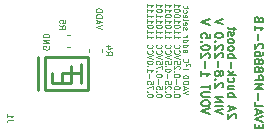
<source format=gbr>
G04 #@! TF.GenerationSoftware,KiCad,Pcbnew,(5.99.0-6495-g15369915cc)*
G04 #@! TF.CreationDate,2020-10-24T17:34:59+02:00*
G04 #@! TF.ProjectId,EVAL-MP8862,4556414c-2d4d-4503-9838-36322e6b6963,1B*
G04 #@! TF.SameCoordinates,Original*
G04 #@! TF.FileFunction,Legend,Bot*
G04 #@! TF.FilePolarity,Positive*
%FSLAX46Y46*%
G04 Gerber Fmt 4.6, Leading zero omitted, Abs format (unit mm)*
G04 Created by KiCad (PCBNEW (5.99.0-6495-g15369915cc)) date 2020-10-24 17:34:59*
%MOMM*%
%LPD*%
G01*
G04 APERTURE LIST*
%ADD10C,0.250000*%
%ADD11C,0.112500*%
%ADD12C,0.125000*%
%ADD13C,0.150000*%
%ADD14C,0.120000*%
G04 APERTURE END LIST*
D10*
X103140000Y-94920000D02*
X103140000Y-95720000D01*
X103940000Y-94920000D02*
X103140000Y-94920000D01*
X102340000Y-95720000D02*
X102340000Y-94920000D01*
X103940000Y-95720000D02*
X102340000Y-95720000D01*
X103940000Y-94920000D02*
X103940000Y-95720000D01*
X103940000Y-94920000D02*
X103940000Y-94320000D01*
X104740000Y-94920000D02*
X103940000Y-94920000D01*
X104740000Y-94120000D02*
X104740000Y-95720000D01*
X101140000Y-93520000D02*
X101140000Y-96320000D01*
X101740000Y-93520000D02*
X105340000Y-93520000D01*
X101740000Y-96320000D02*
X101740000Y-93520000D01*
X105340000Y-96320000D02*
X101740000Y-96320000D01*
X105340000Y-93520000D02*
X105340000Y-96320000D01*
D11*
X113870780Y-96701428D02*
X113400780Y-96544761D01*
X113870780Y-96388095D01*
X113535066Y-96253809D02*
X113535066Y-96030000D01*
X113400780Y-96298571D02*
X113870780Y-96141904D01*
X113400780Y-95985238D01*
X113400780Y-95828571D02*
X113870780Y-95828571D01*
X113870780Y-95716666D01*
X113848400Y-95649523D01*
X113803638Y-95604761D01*
X113758876Y-95582380D01*
X113669352Y-95560000D01*
X113602209Y-95560000D01*
X113512685Y-95582380D01*
X113467923Y-95604761D01*
X113423161Y-95649523D01*
X113400780Y-95716666D01*
X113400780Y-95828571D01*
X113400780Y-95358571D02*
X113870780Y-95358571D01*
X113870780Y-95246666D01*
X113848400Y-95179523D01*
X113803638Y-95134761D01*
X113758876Y-95112380D01*
X113669352Y-95090000D01*
X113602209Y-95090000D01*
X113512685Y-95112380D01*
X113467923Y-95134761D01*
X113423161Y-95179523D01*
X113400780Y-95246666D01*
X113400780Y-95358571D01*
X113400780Y-94530476D02*
X113870780Y-94530476D01*
X113982685Y-94329047D02*
X114005066Y-94284285D01*
X114005066Y-94217142D01*
X113982685Y-94172380D01*
X113937923Y-94150000D01*
X113893161Y-94150000D01*
X113848400Y-94172380D01*
X113691733Y-94329047D01*
X113691733Y-94150000D01*
X113445542Y-93680000D02*
X113423161Y-93702380D01*
X113400780Y-93769523D01*
X113400780Y-93814285D01*
X113423161Y-93881428D01*
X113467923Y-93926190D01*
X113512685Y-93948571D01*
X113602209Y-93970952D01*
X113669352Y-93970952D01*
X113758876Y-93948571D01*
X113803638Y-93926190D01*
X113848400Y-93881428D01*
X113870780Y-93814285D01*
X113870780Y-93769523D01*
X113848400Y-93702380D01*
X113826019Y-93680000D01*
X113400780Y-92919047D02*
X113646971Y-92919047D01*
X113691733Y-92941428D01*
X113714114Y-92986190D01*
X113714114Y-93075714D01*
X113691733Y-93120476D01*
X113423161Y-92919047D02*
X113400780Y-92963809D01*
X113400780Y-93075714D01*
X113423161Y-93120476D01*
X113467923Y-93142857D01*
X113512685Y-93142857D01*
X113557447Y-93120476D01*
X113579828Y-93075714D01*
X113579828Y-92963809D01*
X113602209Y-92919047D01*
X113400780Y-92493809D02*
X113870780Y-92493809D01*
X113423161Y-92493809D02*
X113400780Y-92538571D01*
X113400780Y-92628095D01*
X113423161Y-92672857D01*
X113445542Y-92695238D01*
X113490304Y-92717619D01*
X113624590Y-92717619D01*
X113669352Y-92695238D01*
X113691733Y-92672857D01*
X113714114Y-92628095D01*
X113714114Y-92538571D01*
X113691733Y-92493809D01*
X113400780Y-92068571D02*
X113870780Y-92068571D01*
X113423161Y-92068571D02*
X113400780Y-92113333D01*
X113400780Y-92202857D01*
X113423161Y-92247619D01*
X113445542Y-92270000D01*
X113490304Y-92292380D01*
X113624590Y-92292380D01*
X113669352Y-92270000D01*
X113691733Y-92247619D01*
X113714114Y-92202857D01*
X113714114Y-92113333D01*
X113691733Y-92068571D01*
X113400780Y-91844761D02*
X113714114Y-91844761D01*
X113624590Y-91844761D02*
X113669352Y-91822380D01*
X113691733Y-91800000D01*
X113714114Y-91755238D01*
X113714114Y-91710476D01*
X113423161Y-91218095D02*
X113400780Y-91173333D01*
X113400780Y-91083809D01*
X113423161Y-91039047D01*
X113467923Y-91016666D01*
X113490304Y-91016666D01*
X113535066Y-91039047D01*
X113557447Y-91083809D01*
X113557447Y-91150952D01*
X113579828Y-91195714D01*
X113624590Y-91218095D01*
X113646971Y-91218095D01*
X113691733Y-91195714D01*
X113714114Y-91150952D01*
X113714114Y-91083809D01*
X113691733Y-91039047D01*
X113423161Y-90636190D02*
X113400780Y-90680952D01*
X113400780Y-90770476D01*
X113423161Y-90815238D01*
X113467923Y-90837619D01*
X113646971Y-90837619D01*
X113691733Y-90815238D01*
X113714114Y-90770476D01*
X113714114Y-90680952D01*
X113691733Y-90636190D01*
X113646971Y-90613809D01*
X113602209Y-90613809D01*
X113557447Y-90837619D01*
X113400780Y-90345238D02*
X113423161Y-90390000D01*
X113467923Y-90412380D01*
X113870780Y-90412380D01*
X113423161Y-89987142D02*
X113400780Y-90031904D01*
X113400780Y-90121428D01*
X113423161Y-90166190D01*
X113467923Y-90188571D01*
X113646971Y-90188571D01*
X113691733Y-90166190D01*
X113714114Y-90121428D01*
X113714114Y-90031904D01*
X113691733Y-89987142D01*
X113646971Y-89964761D01*
X113602209Y-89964761D01*
X113557447Y-90188571D01*
X113423161Y-89561904D02*
X113400780Y-89606666D01*
X113400780Y-89696190D01*
X113423161Y-89740952D01*
X113445542Y-89763333D01*
X113490304Y-89785714D01*
X113624590Y-89785714D01*
X113669352Y-89763333D01*
X113691733Y-89740952D01*
X113714114Y-89696190D01*
X113714114Y-89606666D01*
X113691733Y-89561904D01*
X113714114Y-89427619D02*
X113714114Y-89248571D01*
X113870780Y-89360476D02*
X113467923Y-89360476D01*
X113423161Y-89338095D01*
X113400780Y-89293333D01*
X113400780Y-89248571D01*
X113114080Y-96824523D02*
X113114080Y-96779761D01*
X113091700Y-96735000D01*
X113069319Y-96712619D01*
X113024557Y-96690238D01*
X112935033Y-96667857D01*
X112823128Y-96667857D01*
X112733604Y-96690238D01*
X112688842Y-96712619D01*
X112666461Y-96735000D01*
X112644080Y-96779761D01*
X112644080Y-96824523D01*
X112666461Y-96869285D01*
X112688842Y-96891666D01*
X112733604Y-96914047D01*
X112823128Y-96936428D01*
X112935033Y-96936428D01*
X113024557Y-96914047D01*
X113069319Y-96891666D01*
X113091700Y-96869285D01*
X113114080Y-96824523D01*
X112688842Y-96466428D02*
X112666461Y-96444047D01*
X112644080Y-96466428D01*
X112666461Y-96488809D01*
X112688842Y-96466428D01*
X112644080Y-96466428D01*
X113114080Y-96153095D02*
X113114080Y-96108333D01*
X113091700Y-96063571D01*
X113069319Y-96041190D01*
X113024557Y-96018809D01*
X112935033Y-95996428D01*
X112823128Y-95996428D01*
X112733604Y-96018809D01*
X112688842Y-96041190D01*
X112666461Y-96063571D01*
X112644080Y-96108333D01*
X112644080Y-96153095D01*
X112666461Y-96197857D01*
X112688842Y-96220238D01*
X112733604Y-96242619D01*
X112823128Y-96265000D01*
X112935033Y-96265000D01*
X113024557Y-96242619D01*
X113069319Y-96220238D01*
X113091700Y-96197857D01*
X113114080Y-96153095D01*
X112823128Y-95795000D02*
X112823128Y-95436904D01*
X113114080Y-95123571D02*
X113114080Y-95078809D01*
X113091700Y-95034047D01*
X113069319Y-95011666D01*
X113024557Y-94989285D01*
X112935033Y-94966904D01*
X112823128Y-94966904D01*
X112733604Y-94989285D01*
X112688842Y-95011666D01*
X112666461Y-95034047D01*
X112644080Y-95078809D01*
X112644080Y-95123571D01*
X112666461Y-95168333D01*
X112688842Y-95190714D01*
X112733604Y-95213095D01*
X112823128Y-95235476D01*
X112935033Y-95235476D01*
X113024557Y-95213095D01*
X113069319Y-95190714D01*
X113091700Y-95168333D01*
X113114080Y-95123571D01*
X112688842Y-94765476D02*
X112666461Y-94743095D01*
X112644080Y-94765476D01*
X112666461Y-94787857D01*
X112688842Y-94765476D01*
X112644080Y-94765476D01*
X113069319Y-94564047D02*
X113091700Y-94541666D01*
X113114080Y-94496904D01*
X113114080Y-94385000D01*
X113091700Y-94340238D01*
X113069319Y-94317857D01*
X113024557Y-94295476D01*
X112979795Y-94295476D01*
X112912652Y-94317857D01*
X112644080Y-94586428D01*
X112644080Y-94295476D01*
X113114080Y-93870238D02*
X113114080Y-94094047D01*
X112890271Y-94116428D01*
X112912652Y-94094047D01*
X112935033Y-94049285D01*
X112935033Y-93937380D01*
X112912652Y-93892619D01*
X112890271Y-93870238D01*
X112845509Y-93847857D01*
X112733604Y-93847857D01*
X112688842Y-93870238D01*
X112666461Y-93892619D01*
X112644080Y-93937380D01*
X112644080Y-94049285D01*
X112666461Y-94094047D01*
X112688842Y-94116428D01*
X113114080Y-93713571D02*
X112644080Y-93556904D01*
X113114080Y-93400238D01*
X112688842Y-92975000D02*
X112666461Y-92997380D01*
X112644080Y-93064523D01*
X112644080Y-93109285D01*
X112666461Y-93176428D01*
X112711223Y-93221190D01*
X112755985Y-93243571D01*
X112845509Y-93265952D01*
X112912652Y-93265952D01*
X113002176Y-93243571D01*
X113046938Y-93221190D01*
X113091700Y-93176428D01*
X113114080Y-93109285D01*
X113114080Y-93064523D01*
X113091700Y-92997380D01*
X113069319Y-92975000D01*
X112688842Y-92505000D02*
X112666461Y-92527380D01*
X112644080Y-92594523D01*
X112644080Y-92639285D01*
X112666461Y-92706428D01*
X112711223Y-92751190D01*
X112755985Y-92773571D01*
X112845509Y-92795952D01*
X112912652Y-92795952D01*
X113002176Y-92773571D01*
X113046938Y-92751190D01*
X113091700Y-92706428D01*
X113114080Y-92639285D01*
X113114080Y-92594523D01*
X113091700Y-92527380D01*
X113069319Y-92505000D01*
X112644080Y-91699285D02*
X112644080Y-91967857D01*
X112644080Y-91833571D02*
X113114080Y-91833571D01*
X113046938Y-91878333D01*
X113002176Y-91923095D01*
X112979795Y-91967857D01*
X112644080Y-91251666D02*
X112644080Y-91520238D01*
X112644080Y-91385952D02*
X113114080Y-91385952D01*
X113046938Y-91430714D01*
X113002176Y-91475476D01*
X112979795Y-91520238D01*
X113114080Y-90960714D02*
X113114080Y-90915952D01*
X113091700Y-90871190D01*
X113069319Y-90848809D01*
X113024557Y-90826428D01*
X112935033Y-90804047D01*
X112823128Y-90804047D01*
X112733604Y-90826428D01*
X112688842Y-90848809D01*
X112666461Y-90871190D01*
X112644080Y-90915952D01*
X112644080Y-90960714D01*
X112666461Y-91005476D01*
X112688842Y-91027857D01*
X112733604Y-91050238D01*
X112823128Y-91072619D01*
X112935033Y-91072619D01*
X113024557Y-91050238D01*
X113069319Y-91027857D01*
X113091700Y-91005476D01*
X113114080Y-90960714D01*
X112644080Y-90356428D02*
X112644080Y-90625000D01*
X112644080Y-90490714D02*
X113114080Y-90490714D01*
X113046938Y-90535476D01*
X113002176Y-90580238D01*
X112979795Y-90625000D01*
X113114080Y-90065476D02*
X113114080Y-90020714D01*
X113091700Y-89975952D01*
X113069319Y-89953571D01*
X113024557Y-89931190D01*
X112935033Y-89908809D01*
X112823128Y-89908809D01*
X112733604Y-89931190D01*
X112688842Y-89953571D01*
X112666461Y-89975952D01*
X112644080Y-90020714D01*
X112644080Y-90065476D01*
X112666461Y-90110238D01*
X112688842Y-90132619D01*
X112733604Y-90155000D01*
X112823128Y-90177380D01*
X112935033Y-90177380D01*
X113024557Y-90155000D01*
X113069319Y-90132619D01*
X113091700Y-90110238D01*
X113114080Y-90065476D01*
X113114080Y-89617857D02*
X113114080Y-89573095D01*
X113091700Y-89528333D01*
X113069319Y-89505952D01*
X113024557Y-89483571D01*
X112935033Y-89461190D01*
X112823128Y-89461190D01*
X112733604Y-89483571D01*
X112688842Y-89505952D01*
X112666461Y-89528333D01*
X112644080Y-89573095D01*
X112644080Y-89617857D01*
X112666461Y-89662619D01*
X112688842Y-89685000D01*
X112733604Y-89707380D01*
X112823128Y-89729761D01*
X112935033Y-89729761D01*
X113024557Y-89707380D01*
X113069319Y-89685000D01*
X113091700Y-89662619D01*
X113114080Y-89617857D01*
X112644080Y-89013571D02*
X112644080Y-89282142D01*
X112644080Y-89147857D02*
X113114080Y-89147857D01*
X113046938Y-89192619D01*
X113002176Y-89237380D01*
X112979795Y-89282142D01*
X112357380Y-96824523D02*
X112357380Y-96779761D01*
X112335000Y-96735000D01*
X112312619Y-96712619D01*
X112267857Y-96690238D01*
X112178333Y-96667857D01*
X112066428Y-96667857D01*
X111976904Y-96690238D01*
X111932142Y-96712619D01*
X111909761Y-96735000D01*
X111887380Y-96779761D01*
X111887380Y-96824523D01*
X111909761Y-96869285D01*
X111932142Y-96891666D01*
X111976904Y-96914047D01*
X112066428Y-96936428D01*
X112178333Y-96936428D01*
X112267857Y-96914047D01*
X112312619Y-96891666D01*
X112335000Y-96869285D01*
X112357380Y-96824523D01*
X111932142Y-96466428D02*
X111909761Y-96444047D01*
X111887380Y-96466428D01*
X111909761Y-96488809D01*
X111932142Y-96466428D01*
X111887380Y-96466428D01*
X112312619Y-96265000D02*
X112335000Y-96242619D01*
X112357380Y-96197857D01*
X112357380Y-96085952D01*
X112335000Y-96041190D01*
X112312619Y-96018809D01*
X112267857Y-95996428D01*
X112223095Y-95996428D01*
X112155952Y-96018809D01*
X111887380Y-96287380D01*
X111887380Y-95996428D01*
X112357380Y-95571190D02*
X112357380Y-95795000D01*
X112133571Y-95817380D01*
X112155952Y-95795000D01*
X112178333Y-95750238D01*
X112178333Y-95638333D01*
X112155952Y-95593571D01*
X112133571Y-95571190D01*
X112088809Y-95548809D01*
X111976904Y-95548809D01*
X111932142Y-95571190D01*
X111909761Y-95593571D01*
X111887380Y-95638333D01*
X111887380Y-95750238D01*
X111909761Y-95795000D01*
X111932142Y-95817380D01*
X112066428Y-95347380D02*
X112066428Y-94989285D01*
X112357380Y-94675952D02*
X112357380Y-94631190D01*
X112335000Y-94586428D01*
X112312619Y-94564047D01*
X112267857Y-94541666D01*
X112178333Y-94519285D01*
X112066428Y-94519285D01*
X111976904Y-94541666D01*
X111932142Y-94564047D01*
X111909761Y-94586428D01*
X111887380Y-94631190D01*
X111887380Y-94675952D01*
X111909761Y-94720714D01*
X111932142Y-94743095D01*
X111976904Y-94765476D01*
X112066428Y-94787857D01*
X112178333Y-94787857D01*
X112267857Y-94765476D01*
X112312619Y-94743095D01*
X112335000Y-94720714D01*
X112357380Y-94675952D01*
X111932142Y-94317857D02*
X111909761Y-94295476D01*
X111887380Y-94317857D01*
X111909761Y-94340238D01*
X111932142Y-94317857D01*
X111887380Y-94317857D01*
X112357380Y-93870238D02*
X112357380Y-94094047D01*
X112133571Y-94116428D01*
X112155952Y-94094047D01*
X112178333Y-94049285D01*
X112178333Y-93937380D01*
X112155952Y-93892619D01*
X112133571Y-93870238D01*
X112088809Y-93847857D01*
X111976904Y-93847857D01*
X111932142Y-93870238D01*
X111909761Y-93892619D01*
X111887380Y-93937380D01*
X111887380Y-94049285D01*
X111909761Y-94094047D01*
X111932142Y-94116428D01*
X112357380Y-93713571D02*
X111887380Y-93556904D01*
X112357380Y-93400238D01*
X111932142Y-92975000D02*
X111909761Y-92997380D01*
X111887380Y-93064523D01*
X111887380Y-93109285D01*
X111909761Y-93176428D01*
X111954523Y-93221190D01*
X111999285Y-93243571D01*
X112088809Y-93265952D01*
X112155952Y-93265952D01*
X112245476Y-93243571D01*
X112290238Y-93221190D01*
X112335000Y-93176428D01*
X112357380Y-93109285D01*
X112357380Y-93064523D01*
X112335000Y-92997380D01*
X112312619Y-92975000D01*
X111932142Y-92505000D02*
X111909761Y-92527380D01*
X111887380Y-92594523D01*
X111887380Y-92639285D01*
X111909761Y-92706428D01*
X111954523Y-92751190D01*
X111999285Y-92773571D01*
X112088809Y-92795952D01*
X112155952Y-92795952D01*
X112245476Y-92773571D01*
X112290238Y-92751190D01*
X112335000Y-92706428D01*
X112357380Y-92639285D01*
X112357380Y-92594523D01*
X112335000Y-92527380D01*
X112312619Y-92505000D01*
X111887380Y-91699285D02*
X111887380Y-91967857D01*
X111887380Y-91833571D02*
X112357380Y-91833571D01*
X112290238Y-91878333D01*
X112245476Y-91923095D01*
X112223095Y-91967857D01*
X111887380Y-91251666D02*
X111887380Y-91520238D01*
X111887380Y-91385952D02*
X112357380Y-91385952D01*
X112290238Y-91430714D01*
X112245476Y-91475476D01*
X112223095Y-91520238D01*
X112357380Y-90960714D02*
X112357380Y-90915952D01*
X112335000Y-90871190D01*
X112312619Y-90848809D01*
X112267857Y-90826428D01*
X112178333Y-90804047D01*
X112066428Y-90804047D01*
X111976904Y-90826428D01*
X111932142Y-90848809D01*
X111909761Y-90871190D01*
X111887380Y-90915952D01*
X111887380Y-90960714D01*
X111909761Y-91005476D01*
X111932142Y-91027857D01*
X111976904Y-91050238D01*
X112066428Y-91072619D01*
X112178333Y-91072619D01*
X112267857Y-91050238D01*
X112312619Y-91027857D01*
X112335000Y-91005476D01*
X112357380Y-90960714D01*
X111887380Y-90356428D02*
X111887380Y-90625000D01*
X111887380Y-90490714D02*
X112357380Y-90490714D01*
X112290238Y-90535476D01*
X112245476Y-90580238D01*
X112223095Y-90625000D01*
X112357380Y-90065476D02*
X112357380Y-90020714D01*
X112335000Y-89975952D01*
X112312619Y-89953571D01*
X112267857Y-89931190D01*
X112178333Y-89908809D01*
X112066428Y-89908809D01*
X111976904Y-89931190D01*
X111932142Y-89953571D01*
X111909761Y-89975952D01*
X111887380Y-90020714D01*
X111887380Y-90065476D01*
X111909761Y-90110238D01*
X111932142Y-90132619D01*
X111976904Y-90155000D01*
X112066428Y-90177380D01*
X112178333Y-90177380D01*
X112267857Y-90155000D01*
X112312619Y-90132619D01*
X112335000Y-90110238D01*
X112357380Y-90065476D01*
X111887380Y-89461190D02*
X111887380Y-89729761D01*
X111887380Y-89595476D02*
X112357380Y-89595476D01*
X112290238Y-89640238D01*
X112245476Y-89685000D01*
X112223095Y-89729761D01*
X111887380Y-89013571D02*
X111887380Y-89282142D01*
X111887380Y-89147857D02*
X112357380Y-89147857D01*
X112290238Y-89192619D01*
X112245476Y-89237380D01*
X112223095Y-89282142D01*
X111600680Y-96824523D02*
X111600680Y-96779761D01*
X111578300Y-96735000D01*
X111555919Y-96712619D01*
X111511157Y-96690238D01*
X111421633Y-96667857D01*
X111309728Y-96667857D01*
X111220204Y-96690238D01*
X111175442Y-96712619D01*
X111153061Y-96735000D01*
X111130680Y-96779761D01*
X111130680Y-96824523D01*
X111153061Y-96869285D01*
X111175442Y-96891666D01*
X111220204Y-96914047D01*
X111309728Y-96936428D01*
X111421633Y-96936428D01*
X111511157Y-96914047D01*
X111555919Y-96891666D01*
X111578300Y-96869285D01*
X111600680Y-96824523D01*
X111175442Y-96466428D02*
X111153061Y-96444047D01*
X111130680Y-96466428D01*
X111153061Y-96488809D01*
X111175442Y-96466428D01*
X111130680Y-96466428D01*
X111600680Y-96018809D02*
X111600680Y-96242619D01*
X111376871Y-96265000D01*
X111399252Y-96242619D01*
X111421633Y-96197857D01*
X111421633Y-96085952D01*
X111399252Y-96041190D01*
X111376871Y-96018809D01*
X111332109Y-95996428D01*
X111220204Y-95996428D01*
X111175442Y-96018809D01*
X111153061Y-96041190D01*
X111130680Y-96085952D01*
X111130680Y-96197857D01*
X111153061Y-96242619D01*
X111175442Y-96265000D01*
X111309728Y-95795000D02*
X111309728Y-95436904D01*
X111600680Y-95123571D02*
X111600680Y-95078809D01*
X111578300Y-95034047D01*
X111555919Y-95011666D01*
X111511157Y-94989285D01*
X111421633Y-94966904D01*
X111309728Y-94966904D01*
X111220204Y-94989285D01*
X111175442Y-95011666D01*
X111153061Y-95034047D01*
X111130680Y-95078809D01*
X111130680Y-95123571D01*
X111153061Y-95168333D01*
X111175442Y-95190714D01*
X111220204Y-95213095D01*
X111309728Y-95235476D01*
X111421633Y-95235476D01*
X111511157Y-95213095D01*
X111555919Y-95190714D01*
X111578300Y-95168333D01*
X111600680Y-95123571D01*
X111175442Y-94765476D02*
X111153061Y-94743095D01*
X111130680Y-94765476D01*
X111153061Y-94787857D01*
X111175442Y-94765476D01*
X111130680Y-94765476D01*
X111600680Y-94586428D02*
X111600680Y-94273095D01*
X111130680Y-94474523D01*
X111600680Y-93870238D02*
X111600680Y-94094047D01*
X111376871Y-94116428D01*
X111399252Y-94094047D01*
X111421633Y-94049285D01*
X111421633Y-93937380D01*
X111399252Y-93892619D01*
X111376871Y-93870238D01*
X111332109Y-93847857D01*
X111220204Y-93847857D01*
X111175442Y-93870238D01*
X111153061Y-93892619D01*
X111130680Y-93937380D01*
X111130680Y-94049285D01*
X111153061Y-94094047D01*
X111175442Y-94116428D01*
X111600680Y-93713571D02*
X111130680Y-93556904D01*
X111600680Y-93400238D01*
X111175442Y-92975000D02*
X111153061Y-92997380D01*
X111130680Y-93064523D01*
X111130680Y-93109285D01*
X111153061Y-93176428D01*
X111197823Y-93221190D01*
X111242585Y-93243571D01*
X111332109Y-93265952D01*
X111399252Y-93265952D01*
X111488776Y-93243571D01*
X111533538Y-93221190D01*
X111578300Y-93176428D01*
X111600680Y-93109285D01*
X111600680Y-93064523D01*
X111578300Y-92997380D01*
X111555919Y-92975000D01*
X111175442Y-92505000D02*
X111153061Y-92527380D01*
X111130680Y-92594523D01*
X111130680Y-92639285D01*
X111153061Y-92706428D01*
X111197823Y-92751190D01*
X111242585Y-92773571D01*
X111332109Y-92795952D01*
X111399252Y-92795952D01*
X111488776Y-92773571D01*
X111533538Y-92751190D01*
X111578300Y-92706428D01*
X111600680Y-92639285D01*
X111600680Y-92594523D01*
X111578300Y-92527380D01*
X111555919Y-92505000D01*
X111130680Y-91699285D02*
X111130680Y-91967857D01*
X111130680Y-91833571D02*
X111600680Y-91833571D01*
X111533538Y-91878333D01*
X111488776Y-91923095D01*
X111466395Y-91967857D01*
X111130680Y-91251666D02*
X111130680Y-91520238D01*
X111130680Y-91385952D02*
X111600680Y-91385952D01*
X111533538Y-91430714D01*
X111488776Y-91475476D01*
X111466395Y-91520238D01*
X111600680Y-90960714D02*
X111600680Y-90915952D01*
X111578300Y-90871190D01*
X111555919Y-90848809D01*
X111511157Y-90826428D01*
X111421633Y-90804047D01*
X111309728Y-90804047D01*
X111220204Y-90826428D01*
X111175442Y-90848809D01*
X111153061Y-90871190D01*
X111130680Y-90915952D01*
X111130680Y-90960714D01*
X111153061Y-91005476D01*
X111175442Y-91027857D01*
X111220204Y-91050238D01*
X111309728Y-91072619D01*
X111421633Y-91072619D01*
X111511157Y-91050238D01*
X111555919Y-91027857D01*
X111578300Y-91005476D01*
X111600680Y-90960714D01*
X111130680Y-90356428D02*
X111130680Y-90625000D01*
X111130680Y-90490714D02*
X111600680Y-90490714D01*
X111533538Y-90535476D01*
X111488776Y-90580238D01*
X111466395Y-90625000D01*
X111130680Y-89908809D02*
X111130680Y-90177380D01*
X111130680Y-90043095D02*
X111600680Y-90043095D01*
X111533538Y-90087857D01*
X111488776Y-90132619D01*
X111466395Y-90177380D01*
X111600680Y-89617857D02*
X111600680Y-89573095D01*
X111578300Y-89528333D01*
X111555919Y-89505952D01*
X111511157Y-89483571D01*
X111421633Y-89461190D01*
X111309728Y-89461190D01*
X111220204Y-89483571D01*
X111175442Y-89505952D01*
X111153061Y-89528333D01*
X111130680Y-89573095D01*
X111130680Y-89617857D01*
X111153061Y-89662619D01*
X111175442Y-89685000D01*
X111220204Y-89707380D01*
X111309728Y-89729761D01*
X111421633Y-89729761D01*
X111511157Y-89707380D01*
X111555919Y-89685000D01*
X111578300Y-89662619D01*
X111600680Y-89617857D01*
X111130680Y-89013571D02*
X111130680Y-89282142D01*
X111130680Y-89147857D02*
X111600680Y-89147857D01*
X111533538Y-89192619D01*
X111488776Y-89237380D01*
X111466395Y-89282142D01*
X110843980Y-96824523D02*
X110843980Y-96779761D01*
X110821600Y-96735000D01*
X110799219Y-96712619D01*
X110754457Y-96690238D01*
X110664933Y-96667857D01*
X110553028Y-96667857D01*
X110463504Y-96690238D01*
X110418742Y-96712619D01*
X110396361Y-96735000D01*
X110373980Y-96779761D01*
X110373980Y-96824523D01*
X110396361Y-96869285D01*
X110418742Y-96891666D01*
X110463504Y-96914047D01*
X110553028Y-96936428D01*
X110664933Y-96936428D01*
X110754457Y-96914047D01*
X110799219Y-96891666D01*
X110821600Y-96869285D01*
X110843980Y-96824523D01*
X110418742Y-96466428D02*
X110396361Y-96444047D01*
X110373980Y-96466428D01*
X110396361Y-96488809D01*
X110418742Y-96466428D01*
X110373980Y-96466428D01*
X110843980Y-96287380D02*
X110843980Y-95974047D01*
X110373980Y-96175476D01*
X110843980Y-95571190D02*
X110843980Y-95795000D01*
X110620171Y-95817380D01*
X110642552Y-95795000D01*
X110664933Y-95750238D01*
X110664933Y-95638333D01*
X110642552Y-95593571D01*
X110620171Y-95571190D01*
X110575409Y-95548809D01*
X110463504Y-95548809D01*
X110418742Y-95571190D01*
X110396361Y-95593571D01*
X110373980Y-95638333D01*
X110373980Y-95750238D01*
X110396361Y-95795000D01*
X110418742Y-95817380D01*
X110553028Y-95347380D02*
X110553028Y-94989285D01*
X110373980Y-94519285D02*
X110373980Y-94787857D01*
X110373980Y-94653571D02*
X110843980Y-94653571D01*
X110776838Y-94698333D01*
X110732076Y-94743095D01*
X110709695Y-94787857D01*
X110418742Y-94317857D02*
X110396361Y-94295476D01*
X110373980Y-94317857D01*
X110396361Y-94340238D01*
X110418742Y-94317857D01*
X110373980Y-94317857D01*
X110843980Y-94004523D02*
X110843980Y-93959761D01*
X110821600Y-93915000D01*
X110799219Y-93892619D01*
X110754457Y-93870238D01*
X110664933Y-93847857D01*
X110553028Y-93847857D01*
X110463504Y-93870238D01*
X110418742Y-93892619D01*
X110396361Y-93915000D01*
X110373980Y-93959761D01*
X110373980Y-94004523D01*
X110396361Y-94049285D01*
X110418742Y-94071666D01*
X110463504Y-94094047D01*
X110553028Y-94116428D01*
X110664933Y-94116428D01*
X110754457Y-94094047D01*
X110799219Y-94071666D01*
X110821600Y-94049285D01*
X110843980Y-94004523D01*
X110843980Y-93713571D02*
X110373980Y-93556904D01*
X110843980Y-93400238D01*
X110418742Y-92975000D02*
X110396361Y-92997380D01*
X110373980Y-93064523D01*
X110373980Y-93109285D01*
X110396361Y-93176428D01*
X110441123Y-93221190D01*
X110485885Y-93243571D01*
X110575409Y-93265952D01*
X110642552Y-93265952D01*
X110732076Y-93243571D01*
X110776838Y-93221190D01*
X110821600Y-93176428D01*
X110843980Y-93109285D01*
X110843980Y-93064523D01*
X110821600Y-92997380D01*
X110799219Y-92975000D01*
X110418742Y-92505000D02*
X110396361Y-92527380D01*
X110373980Y-92594523D01*
X110373980Y-92639285D01*
X110396361Y-92706428D01*
X110441123Y-92751190D01*
X110485885Y-92773571D01*
X110575409Y-92795952D01*
X110642552Y-92795952D01*
X110732076Y-92773571D01*
X110776838Y-92751190D01*
X110821600Y-92706428D01*
X110843980Y-92639285D01*
X110843980Y-92594523D01*
X110821600Y-92527380D01*
X110799219Y-92505000D01*
X110373980Y-91699285D02*
X110373980Y-91967857D01*
X110373980Y-91833571D02*
X110843980Y-91833571D01*
X110776838Y-91878333D01*
X110732076Y-91923095D01*
X110709695Y-91967857D01*
X110373980Y-91251666D02*
X110373980Y-91520238D01*
X110373980Y-91385952D02*
X110843980Y-91385952D01*
X110776838Y-91430714D01*
X110732076Y-91475476D01*
X110709695Y-91520238D01*
X110843980Y-90960714D02*
X110843980Y-90915952D01*
X110821600Y-90871190D01*
X110799219Y-90848809D01*
X110754457Y-90826428D01*
X110664933Y-90804047D01*
X110553028Y-90804047D01*
X110463504Y-90826428D01*
X110418742Y-90848809D01*
X110396361Y-90871190D01*
X110373980Y-90915952D01*
X110373980Y-90960714D01*
X110396361Y-91005476D01*
X110418742Y-91027857D01*
X110463504Y-91050238D01*
X110553028Y-91072619D01*
X110664933Y-91072619D01*
X110754457Y-91050238D01*
X110799219Y-91027857D01*
X110821600Y-91005476D01*
X110843980Y-90960714D01*
X110373980Y-90356428D02*
X110373980Y-90625000D01*
X110373980Y-90490714D02*
X110843980Y-90490714D01*
X110776838Y-90535476D01*
X110732076Y-90580238D01*
X110709695Y-90625000D01*
X110373980Y-89908809D02*
X110373980Y-90177380D01*
X110373980Y-90043095D02*
X110843980Y-90043095D01*
X110776838Y-90087857D01*
X110732076Y-90132619D01*
X110709695Y-90177380D01*
X110373980Y-89461190D02*
X110373980Y-89729761D01*
X110373980Y-89595476D02*
X110843980Y-89595476D01*
X110776838Y-89640238D01*
X110732076Y-89685000D01*
X110709695Y-89729761D01*
X110373980Y-89013571D02*
X110373980Y-89282142D01*
X110373980Y-89147857D02*
X110843980Y-89147857D01*
X110776838Y-89192619D01*
X110732076Y-89237380D01*
X110709695Y-89282142D01*
D12*
X102050000Y-92630952D02*
X102073809Y-92678571D01*
X102073809Y-92750000D01*
X102050000Y-92821428D01*
X102002380Y-92869047D01*
X101954761Y-92892857D01*
X101859523Y-92916666D01*
X101788095Y-92916666D01*
X101692857Y-92892857D01*
X101645238Y-92869047D01*
X101597619Y-92821428D01*
X101573809Y-92750000D01*
X101573809Y-92702380D01*
X101597619Y-92630952D01*
X101621428Y-92607142D01*
X101788095Y-92607142D01*
X101788095Y-92702380D01*
X101573809Y-92392857D02*
X102073809Y-92392857D01*
X101573809Y-92107142D01*
X102073809Y-92107142D01*
X101573809Y-91869047D02*
X102073809Y-91869047D01*
X102073809Y-91750000D01*
X102050000Y-91678571D01*
X102002380Y-91630952D01*
X101954761Y-91607142D01*
X101859523Y-91583333D01*
X101788095Y-91583333D01*
X101692857Y-91607142D01*
X101645238Y-91630952D01*
X101597619Y-91678571D01*
X101573809Y-91750000D01*
X101573809Y-91869047D01*
X106523809Y-91130952D02*
X106023809Y-90964285D01*
X106523809Y-90797619D01*
X106166666Y-90654761D02*
X106166666Y-90416666D01*
X106023809Y-90702380D02*
X106523809Y-90535714D01*
X106023809Y-90369047D01*
X106023809Y-90202380D02*
X106523809Y-90202380D01*
X106523809Y-90083333D01*
X106500000Y-90011904D01*
X106452380Y-89964285D01*
X106404761Y-89940476D01*
X106309523Y-89916666D01*
X106238095Y-89916666D01*
X106142857Y-89940476D01*
X106095238Y-89964285D01*
X106047619Y-90011904D01*
X106023809Y-90083333D01*
X106023809Y-90202380D01*
X106023809Y-89702380D02*
X106523809Y-89702380D01*
X106523809Y-89583333D01*
X106500000Y-89511904D01*
X106452380Y-89464285D01*
X106404761Y-89440476D01*
X106309523Y-89416666D01*
X106238095Y-89416666D01*
X106142857Y-89440476D01*
X106095238Y-89464285D01*
X106047619Y-89511904D01*
X106023809Y-89583333D01*
X106023809Y-89702380D01*
D13*
X119848000Y-99546666D02*
X119848000Y-99313333D01*
X119481333Y-99213333D02*
X119481333Y-99546666D01*
X120181333Y-99546666D01*
X120181333Y-99213333D01*
X120181333Y-99013333D02*
X119481333Y-98780000D01*
X120181333Y-98546666D01*
X119681333Y-98346666D02*
X119681333Y-98013333D01*
X119481333Y-98413333D02*
X120181333Y-98180000D01*
X119481333Y-97946666D01*
X119481333Y-97380000D02*
X119481333Y-97713333D01*
X120181333Y-97713333D01*
X119748000Y-97146666D02*
X119748000Y-96613333D01*
X119481333Y-96280000D02*
X120181333Y-96280000D01*
X119681333Y-96046666D01*
X120181333Y-95813333D01*
X119481333Y-95813333D01*
X119481333Y-95480000D02*
X120181333Y-95480000D01*
X120181333Y-95213333D01*
X120148000Y-95146666D01*
X120114666Y-95113333D01*
X120048000Y-95080000D01*
X119948000Y-95080000D01*
X119881333Y-95113333D01*
X119848000Y-95146666D01*
X119814666Y-95213333D01*
X119814666Y-95480000D01*
X119881333Y-94680000D02*
X119914666Y-94746666D01*
X119948000Y-94780000D01*
X120014666Y-94813333D01*
X120048000Y-94813333D01*
X120114666Y-94780000D01*
X120148000Y-94746666D01*
X120181333Y-94680000D01*
X120181333Y-94546666D01*
X120148000Y-94480000D01*
X120114666Y-94446666D01*
X120048000Y-94413333D01*
X120014666Y-94413333D01*
X119948000Y-94446666D01*
X119914666Y-94480000D01*
X119881333Y-94546666D01*
X119881333Y-94680000D01*
X119848000Y-94746666D01*
X119814666Y-94780000D01*
X119748000Y-94813333D01*
X119614666Y-94813333D01*
X119548000Y-94780000D01*
X119514666Y-94746666D01*
X119481333Y-94680000D01*
X119481333Y-94546666D01*
X119514666Y-94480000D01*
X119548000Y-94446666D01*
X119614666Y-94413333D01*
X119748000Y-94413333D01*
X119814666Y-94446666D01*
X119848000Y-94480000D01*
X119881333Y-94546666D01*
X119881333Y-94013333D02*
X119914666Y-94080000D01*
X119948000Y-94113333D01*
X120014666Y-94146666D01*
X120048000Y-94146666D01*
X120114666Y-94113333D01*
X120148000Y-94080000D01*
X120181333Y-94013333D01*
X120181333Y-93880000D01*
X120148000Y-93813333D01*
X120114666Y-93780000D01*
X120048000Y-93746666D01*
X120014666Y-93746666D01*
X119948000Y-93780000D01*
X119914666Y-93813333D01*
X119881333Y-93880000D01*
X119881333Y-94013333D01*
X119848000Y-94080000D01*
X119814666Y-94113333D01*
X119748000Y-94146666D01*
X119614666Y-94146666D01*
X119548000Y-94113333D01*
X119514666Y-94080000D01*
X119481333Y-94013333D01*
X119481333Y-93880000D01*
X119514666Y-93813333D01*
X119548000Y-93780000D01*
X119614666Y-93746666D01*
X119748000Y-93746666D01*
X119814666Y-93780000D01*
X119848000Y-93813333D01*
X119881333Y-93880000D01*
X120181333Y-93146666D02*
X120181333Y-93280000D01*
X120148000Y-93346666D01*
X120114666Y-93380000D01*
X120014666Y-93446666D01*
X119881333Y-93480000D01*
X119614666Y-93480000D01*
X119548000Y-93446666D01*
X119514666Y-93413333D01*
X119481333Y-93346666D01*
X119481333Y-93213333D01*
X119514666Y-93146666D01*
X119548000Y-93113333D01*
X119614666Y-93080000D01*
X119781333Y-93080000D01*
X119848000Y-93113333D01*
X119881333Y-93146666D01*
X119914666Y-93213333D01*
X119914666Y-93346666D01*
X119881333Y-93413333D01*
X119848000Y-93446666D01*
X119781333Y-93480000D01*
X120114666Y-92813333D02*
X120148000Y-92780000D01*
X120181333Y-92713333D01*
X120181333Y-92546666D01*
X120148000Y-92480000D01*
X120114666Y-92446666D01*
X120048000Y-92413333D01*
X119981333Y-92413333D01*
X119881333Y-92446666D01*
X119481333Y-92846666D01*
X119481333Y-92413333D01*
X119748000Y-92113333D02*
X119748000Y-91580000D01*
X119481333Y-90880000D02*
X119481333Y-91280000D01*
X119481333Y-91080000D02*
X120181333Y-91080000D01*
X120081333Y-91146666D01*
X120014666Y-91213333D01*
X119981333Y-91280000D01*
X119848000Y-90346666D02*
X119814666Y-90246666D01*
X119781333Y-90213333D01*
X119714666Y-90180000D01*
X119614666Y-90180000D01*
X119548000Y-90213333D01*
X119514666Y-90246666D01*
X119481333Y-90313333D01*
X119481333Y-90580000D01*
X120181333Y-90580000D01*
X120181333Y-90346666D01*
X120148000Y-90280000D01*
X120114666Y-90246666D01*
X120048000Y-90213333D01*
X119981333Y-90213333D01*
X119914666Y-90246666D01*
X119881333Y-90280000D01*
X119848000Y-90346666D01*
X119848000Y-90580000D01*
X117860666Y-98730000D02*
X117894000Y-98696666D01*
X117927333Y-98630000D01*
X117927333Y-98463333D01*
X117894000Y-98396666D01*
X117860666Y-98363333D01*
X117794000Y-98330000D01*
X117727333Y-98330000D01*
X117627333Y-98363333D01*
X117227333Y-98763333D01*
X117227333Y-98330000D01*
X117427333Y-98063333D02*
X117427333Y-97730000D01*
X117227333Y-98130000D02*
X117927333Y-97896666D01*
X117227333Y-97663333D01*
X117227333Y-96896666D02*
X117927333Y-96896666D01*
X117660666Y-96896666D02*
X117694000Y-96830000D01*
X117694000Y-96696666D01*
X117660666Y-96630000D01*
X117627333Y-96596666D01*
X117560666Y-96563333D01*
X117360666Y-96563333D01*
X117294000Y-96596666D01*
X117260666Y-96630000D01*
X117227333Y-96696666D01*
X117227333Y-96830000D01*
X117260666Y-96896666D01*
X117694000Y-95963333D02*
X117227333Y-95963333D01*
X117694000Y-96263333D02*
X117327333Y-96263333D01*
X117260666Y-96230000D01*
X117227333Y-96163333D01*
X117227333Y-96063333D01*
X117260666Y-95996666D01*
X117294000Y-95963333D01*
X117260666Y-95330000D02*
X117227333Y-95396666D01*
X117227333Y-95530000D01*
X117260666Y-95596666D01*
X117294000Y-95630000D01*
X117360666Y-95663333D01*
X117560666Y-95663333D01*
X117627333Y-95630000D01*
X117660666Y-95596666D01*
X117694000Y-95530000D01*
X117694000Y-95396666D01*
X117660666Y-95330000D01*
X117227333Y-95030000D02*
X117927333Y-95030000D01*
X117494000Y-94963333D02*
X117227333Y-94763333D01*
X117694000Y-94763333D02*
X117427333Y-95030000D01*
X117494000Y-94463333D02*
X117494000Y-93930000D01*
X117227333Y-93596666D02*
X117927333Y-93596666D01*
X117660666Y-93596666D02*
X117694000Y-93530000D01*
X117694000Y-93396666D01*
X117660666Y-93330000D01*
X117627333Y-93296666D01*
X117560666Y-93263333D01*
X117360666Y-93263333D01*
X117294000Y-93296666D01*
X117260666Y-93330000D01*
X117227333Y-93396666D01*
X117227333Y-93530000D01*
X117260666Y-93596666D01*
X117227333Y-92863333D02*
X117260666Y-92930000D01*
X117294000Y-92963333D01*
X117360666Y-92996666D01*
X117560666Y-92996666D01*
X117627333Y-92963333D01*
X117660666Y-92930000D01*
X117694000Y-92863333D01*
X117694000Y-92763333D01*
X117660666Y-92696666D01*
X117627333Y-92663333D01*
X117560666Y-92630000D01*
X117360666Y-92630000D01*
X117294000Y-92663333D01*
X117260666Y-92696666D01*
X117227333Y-92763333D01*
X117227333Y-92863333D01*
X117227333Y-92230000D02*
X117260666Y-92296666D01*
X117294000Y-92330000D01*
X117360666Y-92363333D01*
X117560666Y-92363333D01*
X117627333Y-92330000D01*
X117660666Y-92296666D01*
X117694000Y-92230000D01*
X117694000Y-92130000D01*
X117660666Y-92063333D01*
X117627333Y-92030000D01*
X117560666Y-91996666D01*
X117360666Y-91996666D01*
X117294000Y-92030000D01*
X117260666Y-92063333D01*
X117227333Y-92130000D01*
X117227333Y-92230000D01*
X117260666Y-91730000D02*
X117227333Y-91663333D01*
X117227333Y-91530000D01*
X117260666Y-91463333D01*
X117327333Y-91430000D01*
X117360666Y-91430000D01*
X117427333Y-91463333D01*
X117460666Y-91530000D01*
X117460666Y-91630000D01*
X117494000Y-91696666D01*
X117560666Y-91730000D01*
X117594000Y-91730000D01*
X117660666Y-91696666D01*
X117694000Y-91630000D01*
X117694000Y-91530000D01*
X117660666Y-91463333D01*
X117694000Y-91230000D02*
X117694000Y-90963333D01*
X117927333Y-91130000D02*
X117327333Y-91130000D01*
X117260666Y-91096666D01*
X117227333Y-91030000D01*
X117227333Y-90963333D01*
X116800333Y-98380000D02*
X116100333Y-98146666D01*
X116800333Y-97913333D01*
X116100333Y-97680000D02*
X116800333Y-97680000D01*
X116100333Y-97346666D02*
X116800333Y-97346666D01*
X116100333Y-96946666D01*
X116800333Y-96946666D01*
X116733666Y-96113333D02*
X116767000Y-96080000D01*
X116800333Y-96013333D01*
X116800333Y-95846666D01*
X116767000Y-95780000D01*
X116733666Y-95746666D01*
X116667000Y-95713333D01*
X116600333Y-95713333D01*
X116500333Y-95746666D01*
X116100333Y-96146666D01*
X116100333Y-95713333D01*
X116167000Y-95413333D02*
X116133666Y-95380000D01*
X116100333Y-95413333D01*
X116133666Y-95446666D01*
X116167000Y-95413333D01*
X116100333Y-95413333D01*
X116500333Y-94980000D02*
X116533666Y-95046666D01*
X116567000Y-95080000D01*
X116633666Y-95113333D01*
X116667000Y-95113333D01*
X116733666Y-95080000D01*
X116767000Y-95046666D01*
X116800333Y-94980000D01*
X116800333Y-94846666D01*
X116767000Y-94780000D01*
X116733666Y-94746666D01*
X116667000Y-94713333D01*
X116633666Y-94713333D01*
X116567000Y-94746666D01*
X116533666Y-94780000D01*
X116500333Y-94846666D01*
X116500333Y-94980000D01*
X116467000Y-95046666D01*
X116433666Y-95080000D01*
X116367000Y-95113333D01*
X116233666Y-95113333D01*
X116167000Y-95080000D01*
X116133666Y-95046666D01*
X116100333Y-94980000D01*
X116100333Y-94846666D01*
X116133666Y-94780000D01*
X116167000Y-94746666D01*
X116233666Y-94713333D01*
X116367000Y-94713333D01*
X116433666Y-94746666D01*
X116467000Y-94780000D01*
X116500333Y-94846666D01*
X116367000Y-94413333D02*
X116367000Y-93880000D01*
X116733666Y-93580000D02*
X116767000Y-93546666D01*
X116800333Y-93480000D01*
X116800333Y-93313333D01*
X116767000Y-93246666D01*
X116733666Y-93213333D01*
X116667000Y-93180000D01*
X116600333Y-93180000D01*
X116500333Y-93213333D01*
X116100333Y-93613333D01*
X116100333Y-93180000D01*
X116733666Y-92913333D02*
X116767000Y-92880000D01*
X116800333Y-92813333D01*
X116800333Y-92646666D01*
X116767000Y-92580000D01*
X116733666Y-92546666D01*
X116667000Y-92513333D01*
X116600333Y-92513333D01*
X116500333Y-92546666D01*
X116100333Y-92946666D01*
X116100333Y-92513333D01*
X116167000Y-92213333D02*
X116133666Y-92180000D01*
X116100333Y-92213333D01*
X116133666Y-92246666D01*
X116167000Y-92213333D01*
X116100333Y-92213333D01*
X116800333Y-91746666D02*
X116800333Y-91680000D01*
X116767000Y-91613333D01*
X116733666Y-91580000D01*
X116667000Y-91546666D01*
X116533666Y-91513333D01*
X116367000Y-91513333D01*
X116233666Y-91546666D01*
X116167000Y-91580000D01*
X116133666Y-91613333D01*
X116100333Y-91680000D01*
X116100333Y-91746666D01*
X116133666Y-91813333D01*
X116167000Y-91846666D01*
X116233666Y-91880000D01*
X116367000Y-91913333D01*
X116533666Y-91913333D01*
X116667000Y-91880000D01*
X116733666Y-91846666D01*
X116767000Y-91813333D01*
X116800333Y-91746666D01*
X116800333Y-90780000D02*
X116100333Y-90546666D01*
X116800333Y-90313333D01*
X115673333Y-98346666D02*
X114973333Y-98113333D01*
X115673333Y-97880000D01*
X115673333Y-97513333D02*
X115673333Y-97380000D01*
X115640000Y-97313333D01*
X115573333Y-97246666D01*
X115440000Y-97213333D01*
X115206666Y-97213333D01*
X115073333Y-97246666D01*
X115006666Y-97313333D01*
X114973333Y-97380000D01*
X114973333Y-97513333D01*
X115006666Y-97580000D01*
X115073333Y-97646666D01*
X115206666Y-97680000D01*
X115440000Y-97680000D01*
X115573333Y-97646666D01*
X115640000Y-97580000D01*
X115673333Y-97513333D01*
X115673333Y-96913333D02*
X115106666Y-96913333D01*
X115040000Y-96880000D01*
X115006666Y-96846666D01*
X114973333Y-96780000D01*
X114973333Y-96646666D01*
X115006666Y-96580000D01*
X115040000Y-96546666D01*
X115106666Y-96513333D01*
X115673333Y-96513333D01*
X115673333Y-96280000D02*
X115673333Y-95880000D01*
X114973333Y-96080000D02*
X115673333Y-96080000D01*
X114973333Y-94746666D02*
X114973333Y-95146666D01*
X114973333Y-94946666D02*
X115673333Y-94946666D01*
X115573333Y-95013333D01*
X115506666Y-95080000D01*
X115473333Y-95146666D01*
X115240000Y-94446666D02*
X115240000Y-93913333D01*
X115606666Y-93613333D02*
X115640000Y-93580000D01*
X115673333Y-93513333D01*
X115673333Y-93346666D01*
X115640000Y-93280000D01*
X115606666Y-93246666D01*
X115540000Y-93213333D01*
X115473333Y-93213333D01*
X115373333Y-93246666D01*
X114973333Y-93646666D01*
X114973333Y-93213333D01*
X115673333Y-92780000D02*
X115673333Y-92713333D01*
X115640000Y-92646666D01*
X115606666Y-92613333D01*
X115540000Y-92580000D01*
X115406666Y-92546666D01*
X115240000Y-92546666D01*
X115106666Y-92580000D01*
X115040000Y-92613333D01*
X115006666Y-92646666D01*
X114973333Y-92713333D01*
X114973333Y-92780000D01*
X115006666Y-92846666D01*
X115040000Y-92880000D01*
X115106666Y-92913333D01*
X115240000Y-92946666D01*
X115406666Y-92946666D01*
X115540000Y-92913333D01*
X115606666Y-92880000D01*
X115640000Y-92846666D01*
X115673333Y-92780000D01*
X115040000Y-92246666D02*
X115006666Y-92213333D01*
X114973333Y-92246666D01*
X115006666Y-92280000D01*
X115040000Y-92246666D01*
X114973333Y-92246666D01*
X115673333Y-91580000D02*
X115673333Y-91913333D01*
X115340000Y-91946666D01*
X115373333Y-91913333D01*
X115406666Y-91846666D01*
X115406666Y-91680000D01*
X115373333Y-91613333D01*
X115340000Y-91580000D01*
X115273333Y-91546666D01*
X115106666Y-91546666D01*
X115040000Y-91580000D01*
X115006666Y-91613333D01*
X114973333Y-91680000D01*
X114973333Y-91846666D01*
X115006666Y-91913333D01*
X115040000Y-91946666D01*
X115673333Y-90813333D02*
X114973333Y-90580000D01*
X115673333Y-90346666D01*
D12*
X99023809Y-98866666D02*
X98666666Y-98866666D01*
X98595238Y-98890476D01*
X98547619Y-98938095D01*
X98523809Y-99009523D01*
X98523809Y-99057142D01*
X98523809Y-98366666D02*
X98523809Y-98652380D01*
X98523809Y-98509523D02*
X99023809Y-98509523D01*
X98952380Y-98557142D01*
X98904761Y-98604761D01*
X98880952Y-98652380D01*
X102943809Y-90861333D02*
X103181904Y-91028000D01*
X102943809Y-91147047D02*
X103443809Y-91147047D01*
X103443809Y-90956571D01*
X103420000Y-90908952D01*
X103396190Y-90885142D01*
X103348571Y-90861333D01*
X103277142Y-90861333D01*
X103229523Y-90885142D01*
X103205714Y-90908952D01*
X103181904Y-90956571D01*
X103181904Y-91147047D01*
X103443809Y-90408952D02*
X103443809Y-90647047D01*
X103205714Y-90670857D01*
X103229523Y-90647047D01*
X103253333Y-90599428D01*
X103253333Y-90480380D01*
X103229523Y-90432761D01*
X103205714Y-90408952D01*
X103158095Y-90385142D01*
X103039047Y-90385142D01*
X102991428Y-90408952D01*
X102967619Y-90432761D01*
X102943809Y-90480380D01*
X102943809Y-90599428D01*
X102967619Y-90647047D01*
X102991428Y-90670857D01*
X106861809Y-93051333D02*
X107099904Y-93218000D01*
X106861809Y-93337047D02*
X107361809Y-93337047D01*
X107361809Y-93146571D01*
X107338000Y-93098952D01*
X107314190Y-93075142D01*
X107266571Y-93051333D01*
X107195142Y-93051333D01*
X107147523Y-93075142D01*
X107123714Y-93098952D01*
X107099904Y-93146571D01*
X107099904Y-93337047D01*
X107195142Y-92622761D02*
X106861809Y-92622761D01*
X107385619Y-92741809D02*
X107028476Y-92860857D01*
X107028476Y-92551333D01*
D14*
X103875279Y-92710000D02*
X103549721Y-92710000D01*
X103875279Y-91690000D02*
X103549721Y-91690000D01*
X105490000Y-93150279D02*
X105490000Y-92824721D01*
X106510000Y-93150279D02*
X106510000Y-92824721D01*
M02*

</source>
